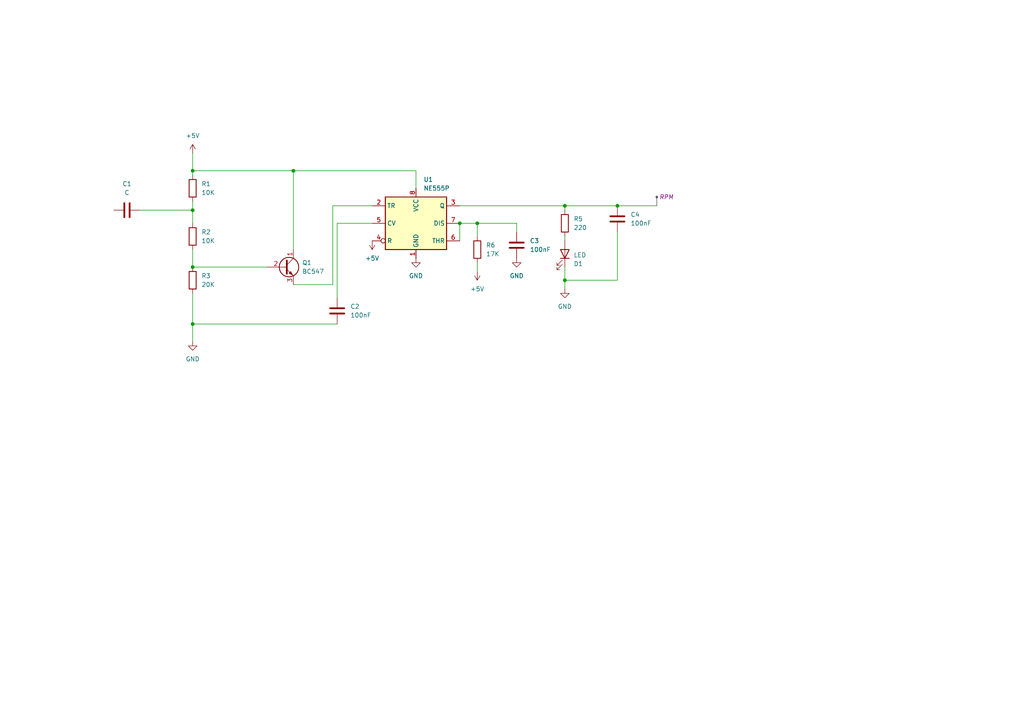
<source format=kicad_sch>
(kicad_sch (version 20230121) (generator eeschema)
  (paper "A4")
  (lib_symbols
    (symbol "Device:C" (pin_numbers hide) (pin_names (offset 0.254))
      (property "Reference" "C" (at 0.635 2.54 0))
      (property "Value" "C" (at 0.635 -2.54 0))
      (symbol "C_0_1"
        (polyline (pts (xy -2.032 -0.762) (xy 2.032 -0.762)) (stroke (width 0.508)))
        (polyline (pts (xy -2.032 0.762) (xy 2.032 0.762)) (stroke (width 0.508)))
      )
      (symbol "C_1_1"
        (pin passive line (at 0 3.81 270) (length 2.794) (name "~") (number "1"))
        (pin passive line (at 0 -3.81 90) (length 2.794) (name "~") (number "2"))
      )
    )
    (symbol "Device:LED" (pin_numbers hide) (pin_names (offset 1.016) hide)
      (property "Reference" "D" (at 0 2.54 0))
      (property "Value" "LED" (at 0 -2.54 0))
      (symbol "LED_0_1"
        (polyline (pts (xy -1.27 -1.27) (xy -1.27 1.27)) (stroke (width 0.254)))
        (polyline (pts (xy -1.27 0) (xy 1.27 0)))
        (polyline (pts (xy 1.27 -1.27) (xy 1.27 1.27) (xy -1.27 0) (xy 1.27 -1.27)) (stroke (width 0.254)))
        (polyline (pts (xy -3.048 -0.762) (xy -4.572 -2.286) (xy -3.81 -2.286) (xy -4.572 -2.286) (xy -4.572 -1.524)))
        (polyline (pts (xy -1.778 -0.762) (xy -3.302 -2.286) (xy -2.54 -2.286) (xy -3.302 -2.286) (xy -3.302 -1.524)))
      )
      (symbol "LED_1_1"
        (pin passive line (at -3.81 0 0) (length 2.54) (name "K") (number "1"))
        (pin passive line (at 3.81 0 180) (length 2.54) (name "A") (number "2"))
      )
    )
    (symbol "Device:R" (pin_numbers hide) (pin_names (offset 0))
      (property "Reference" "R" (at 2.032 0 90))
      (property "Value" "R" (at 0 0 90))
      (symbol "R_0_1"
        (rectangle (start -1.016 -2.54) (end 1.016 2.54) (stroke (width 0.254)))
      )
      (symbol "R_1_1"
        (pin passive line (at 0 3.81 270) (length 1.27) (name "~") (number "1"))
        (pin passive line (at 0 -3.81 90) (length 1.27) (name "~") (number "2"))
      )
    )
    (symbol "Timer:NE555P"
      (property "Reference" "U" (at -10.16 8.89 0))
      (property "Value" "NE555P" (at 2.54 8.89 0))
      (symbol "NE555P_0_0"
        (pin power_in line (at 0 -10.16 90) (length 2.54) (name "GND") (number "1"))
        (pin power_in line (at 0 10.16 270) (length 2.54) (name "VCC") (number "8"))
      )
      (symbol "NE555P_0_1"
        (rectangle (start -8.89 -7.62) (end 8.89 7.62) (stroke (width 0.254)) (fill (type background)))
        (rectangle (start -8.89 -7.62) (end 8.89 7.62) (stroke (width 0.254)) (fill (type background)))
      )
      (symbol "NE555P_1_1"
        (pin input line (at -12.7 5.08 0) (length 3.81) (name "TR") (number "2"))
        (pin output line (at 12.7 5.08 180) (length 3.81) (name "Q") (number "3"))
        (pin input inverted (at -12.7 -5.08 0) (length 3.81) (name "R") (number "4"))
        (pin input line (at -12.7 0 0) (length 3.81) (name "CV") (number "5"))
        (pin input line (at 12.7 -5.08 180) (length 3.81) (name "THR") (number "6"))
        (pin input line (at 12.7 0 180) (length 3.81) (name "DIS") (number "7"))
      )
    )
    (symbol "Transistor_BJT:BC547" (pin_names (offset 0) hide)
      (property "Reference" "Q" (at 5.08 1.905 0))
      (property "Value" "BC547" (at 5.08 0 0))
      (symbol "BC547_0_1"
        (polyline (pts (xy 0 0) (xy 0.635 0)))
        (polyline (pts (xy 0.635 0.635) (xy 2.54 2.54)))
        (polyline (pts (xy 0.635 -0.635) (xy 2.54 -2.54) (xy 2.54 -2.54)))
        (polyline (pts (xy 0.635 1.905) (xy 0.635 -1.905) (xy 0.635 -1.905)) (stroke (width 0.508)))
        (polyline (pts (xy 1.27 -1.778) (xy 1.778 -1.27) (xy 2.286 -2.286) (xy 1.27 -1.778) (xy 1.27 -1.778)) (fill (type outline)))
        (circle (center 1.27 0) (radius 2.8194) (stroke (width 0.254)))
      )
      (symbol "BC547_1_1"
        (pin passive line (at 2.54 5.08 270) (length 2.54) (name "C") (number "1"))
        (pin input line (at -5.08 0 0) (length 5.08) (name "B") (number "2"))
        (pin passive line (at 2.54 -5.08 90) (length 2.54) (name "E") (number "3"))
      )
    )
    (symbol "power:+5V" (power) (pin_names (offset 0))
      (property "Value" "+5V" (at 0 3.556 0))
      (symbol "+5V_0_1"
        (polyline (pts (xy -0.762 1.27) (xy 0 2.54)))
        (polyline (pts (xy 0 0) (xy 0 2.54)))
        (polyline (pts (xy 0 2.54) (xy 0.762 1.27)))
      )
      (symbol "+5V_1_1"
        (pin power_in line (at 0 0 90) (length 0) hide (name "+5V") (number "1"))
      )
    )
    (symbol "power:GND" (power) (pin_names (offset 0))
      (property "Value" "GND" (at 0 -3.81 0))
      (symbol "GND_0_1"
        (polyline (pts (xy 0 0) (xy 0 -1.27) (xy 1.27 -1.27) (xy 0 -2.54) (xy -1.27 -1.27) (xy 0 -1.27)))
      )
      (symbol "GND_1_1"
        (pin power_in line (at 0 0 270) (length 0) hide (name "GND") (number "1"))
      )
    )
  )
  (junction (at 133.35 64.77))
  (junction (at 55.88 60.96))
  (junction (at 138.43 64.77))
  (junction (at 55.88 49.53))
  (junction (at 85.09 49.53))
  (junction (at 163.83 81.28))
  (junction (at 55.88 93.98))
  (junction (at 163.83 59.69))
  (junction (at 179.07 59.69))
  (junction (at 55.88 77.47))
  (wire (pts (xy 163.83 59.69) (xy 179.07 59.69)))
  (wire (pts (xy 96.52 82.55) (xy 96.52 59.69)))
  (wire (pts (xy 97.79 64.77) (xy 97.79 86.36)))
  (wire (pts (xy 85.09 72.39) (xy 85.09 49.53)))
  (wire (pts (xy 85.09 49.53) (xy 55.88 49.53)))
  (wire (pts (xy 40.64 60.96) (xy 55.88 60.96)))
  (wire (pts (xy 55.88 58.42) (xy 55.88 60.96)))
  (wire (pts (xy 133.35 59.69) (xy 163.83 59.69)))
  (wire (pts (xy 85.09 82.55) (xy 96.52 82.55)))
  (wire (pts (xy 55.88 93.98) (xy 97.79 93.98)))
  (wire (pts (xy 163.83 68.58) (xy 163.83 69.85)))
  (wire (pts (xy 96.52 59.69) (xy 107.95 59.69)))
  (wire (pts (xy 179.07 59.69) (xy 190.5 59.69)))
  (wire (pts (xy 85.09 49.53) (xy 120.65 49.53)))
  (wire (pts (xy 163.83 81.28) (xy 163.83 83.82)))
  (wire (pts (xy 55.88 93.98) (xy 55.88 99.06)))
  (wire (pts (xy 55.88 49.53) (xy 55.88 50.8)))
  (wire (pts (xy 97.79 64.77) (xy 107.95 64.77)))
  (wire (pts (xy 149.86 64.77) (xy 149.86 67.31)))
  (wire (pts (xy 55.88 44.45) (xy 55.88 49.53)))
  (wire (pts (xy 138.43 76.2) (xy 138.43 78.74)))
  (wire (pts (xy 55.88 77.47) (xy 55.88 72.39)))
  (wire (pts (xy 138.43 64.77) (xy 149.86 64.77)))
  (wire (pts (xy 138.43 64.77) (xy 138.43 68.58)))
  (wire (pts (xy 133.35 64.77) (xy 133.35 69.85)))
  (wire (pts (xy 163.83 77.47) (xy 163.83 81.28)))
  (wire (pts (xy 55.88 60.96) (xy 55.88 64.77)))
  (wire (pts (xy 133.35 64.77) (xy 138.43 64.77)))
  (wire (pts (xy 179.07 67.31) (xy 179.07 81.28)))
  (wire (pts (xy 55.88 77.47) (xy 77.47 77.47)))
  (wire (pts (xy 120.65 49.53) (xy 120.65 54.61)))
  (wire (pts (xy 163.83 59.69) (xy 163.83 60.96)))
  (wire (pts (xy 55.88 85.09) (xy 55.88 93.98)))
  (wire (pts (xy 179.07 81.28) (xy 163.83 81.28)))
  (netclass_flag "" (length 2.54) (shape dot) (at 190.5 59.69 0) (property "Netclass" "RPM" (at 191.1985 57.15 0) (effects (font italic) (justify left))))
  (symbol (lib_id "Device:LED") (at 163.83 73.66 270) (mirror x) (unit 1)
    (property "Reference" "D1" (at 166.37 76.5175 90) (effects (justify left)))
    (property "Value" "LED" (at 166.37 73.9775 90) (effects (justify left)))
    (property "Footprint" "LED_SMD:LED_0805_2012Metric" (effects hide))
  )
  (symbol (lib_id "Device:R") (at 55.88 81.28 0) (unit 1)
    (property "Reference" "R3" (at 58.42 80.01 0) (effects (justify left)))
    (property "Value" "20K" (at 58.42 82.55 0) (effects (justify left)))
    (property "Footprint" "Diode_SMD:D_1206_3216Metric" (effects hide))
  )
  (symbol (lib_id "power:+5V") (at 55.88 44.45 0) (unit 1)
    (property "Reference" "#PWR03" (effects hide))
    (property "Value" "+5V" (at 55.88 39.37 0))
  )
  (symbol (lib_id "Device:C") (at 179.07 63.5 0) (unit 1)
    (property "Reference" "C4" (at 182.88 62.23 0) (effects (justify left)))
    (property "Value" "100nF" (at 182.88 64.77 0) (effects (justify left)))
    (property "Footprint" "Connector_JST:JST_EH_B2B-EH-A_1x02_P2.50mm_Vertical" (effects hide))
  )
  (symbol (lib_id "power:GND") (at 120.65 74.93 0) (unit 1)
    (property "Reference" "#PWR02" (effects hide))
    (property "Value" "GND" (at 120.65 80.01 0))
  )
  (symbol (lib_id "power:+5V") (at 107.95 69.85 0) (mirror x) (unit 1)
    (property "Reference" "#PWR04" (effects hide))
    (property "Value" "+5V" (at 107.95 74.93 0))
  )
  (symbol (lib_id "Timer:NE555P") (at 120.65 64.77 0) (unit 1)
    (property "Reference" "U1" (at 122.8441 52.07 0) (effects (justify left)))
    (property "Value" "NE555P" (at 122.8441 54.61 0) (effects (justify left)))
    (property "Footprint" "Package_DIP:DIP-8_W7.62mm" (effects hide))
    (property "Datasheet" "http://www.ti.com/lit/ds/symlink/ne555.pdf" (effects hide))
  )
  (symbol (lib_id "Device:C") (at 97.79 90.17 180) (unit 1)
    (property "Reference" "C2" (at 101.6 88.9 0) (effects (justify right)))
    (property "Value" "100nF" (at 101.6 91.44 0) (effects (justify right)))
    (property "Footprint" "Connector_JST:JST_EH_B2B-EH-A_1x02_P2.50mm_Vertical" (effects hide))
  )
  (symbol (lib_id "Device:R") (at 138.43 72.39 0) (unit 1)
    (property "Reference" "R6" (at 140.97 71.12 0) (effects (justify left)))
    (property "Value" "17K" (at 140.97 73.66 0) (effects (justify left)))
    (property "Footprint" "Diode_SMD:D_1206_3216Metric" (effects hide))
  )
  (symbol (lib_id "Transistor_BJT:BC547") (at 82.55 77.47 0) (unit 1)
    (property "Reference" "Q1" (at 87.63 76.2 0) (effects (justify left)))
    (property "Value" "BC547" (at 87.63 78.74 0) (effects (justify left)))
    (property "Footprint" "Package_TO_SOT_THT:TO-92_Inline" (effects hide))
    (property "Datasheet" "https://www.onsemi.com/pub/Collateral/BC550-D.pdf" (effects hide))
  )
  (symbol (lib_id "power:+5V") (at 138.43 78.74 0) (mirror x) (unit 1)
    (property "Reference" "#PWR05" (effects hide))
    (property "Value" "+5V" (at 138.43 83.82 0))
  )
  (symbol (lib_id "Device:R") (at 55.88 54.61 0) (unit 1)
    (property "Reference" "R1" (at 58.42 53.34 0) (effects (justify left)))
    (property "Value" "10K" (at 58.42 55.88 0) (effects (justify left)))
    (property "Footprint" "Diode_SMD:D_1206_3216Metric" (effects hide))
  )
  (symbol (lib_id "power:GND") (at 55.88 99.06 0) (unit 1)
    (property "Reference" "#PWR01" (effects hide))
    (property "Value" "GND" (at 55.88 104.14 0))
  )
  (symbol (lib_id "power:GND") (at 163.83 83.82 0) (unit 1)
    (property "Reference" "#PWR07" (effects hide))
    (property "Value" "GND" (at 163.83 88.9 0))
  )
  (symbol (lib_id "Device:R") (at 163.83 64.77 0) (unit 1)
    (property "Reference" "R5" (at 166.37 63.5 0) (effects (justify left)))
    (property "Value" "220" (at 166.37 66.04 0) (effects (justify left)))
    (property "Footprint" "Diode_SMD:D_1206_3216Metric" (effects hide))
  )
  (symbol (lib_id "Device:R") (at 55.88 68.58 0) (unit 1)
    (property "Reference" "R2" (at 58.42 67.31 0) (effects (justify left)))
    (property "Value" "10K" (at 58.42 69.85 0) (effects (justify left)))
    (property "Footprint" "Diode_SMD:D_1206_3216Metric" (effects hide))
  )
  (symbol (lib_id "Device:C") (at 149.86 71.12 180) (unit 1)
    (property "Reference" "C3" (at 153.67 69.85 0) (effects (justify right)))
    (property "Value" "100nF" (at 153.67 72.39 0) (effects (justify right)))
    (property "Footprint" "Connector_JST:JST_EH_B2B-EH-A_1x02_P2.50mm_Vertical" (effects hide))
  )
  (symbol (lib_id "power:GND") (at 149.86 74.93 0) (unit 1)
    (property "Reference" "#PWR06" (effects hide))
    (property "Value" "GND" (at 149.86 80.01 0))
  )
  (symbol (lib_id "Device:C") (at 36.83 60.96 270) (unit 1)
    (property "Reference" "C1" (at 36.83 53.34 90))
    (property "Value" "C" (at 36.83 55.88 90))
    (property "Footprint" "Connector_JST:JST_EH_B2B-EH-A_1x02_P2.50mm_Vertical" (effects hide))
  )
)
</source>
